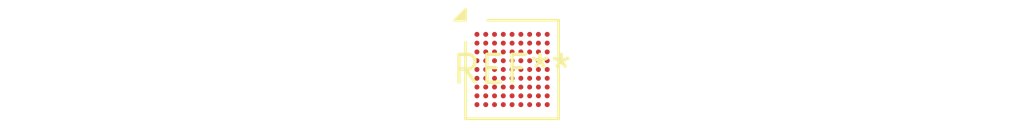
<source format=kicad_pcb>
(kicad_pcb (version 20240108) (generator pcbnew)
  (layers (0 "F.Cu" signal) (31 "B.Cu" signal) (34 "B.Paste" user) (35 "F.Paste" user) (36 "B.SilkS" user "B.Silkscreen") (37 "F.SilkS" user "F.Silkscreen") (38 "B.Mask" user) (39 "F.Mask" user) (44 "Edge.Cuts" user))
  (net 0 "")
  (footprint "ST_WLCSP-81_4.02x4.27mm_Layout9x9_P0.4mm" (layer "F.Cu") (at 0 0)
    (property "Reference" "REF**")
    (property "Value" "ST_WLCSP-81_4.02x4.27mm_Layout9x9_P0.4mm")
    (fp_line (start -2.12 2.245) (end -2.12 -1.245) (layer "F.SilkS") (stroke (width 0.12)))
    (fp_line (start -1.12 -2.245) (end 2.12 -2.245) (layer "F.SilkS") (stroke (width 0.12)))
    (fp_line (start 2.12 -2.245) (end 2.12 2.245) (layer "F.SilkS") (stroke (width 0.12)))
    (fp_line (start 2.12 2.245) (end -2.12 2.245) (layer "F.SilkS") (stroke (width 0.12)))
    (fp_poly (pts (xy -2.12 -2.245) (xy -2.62 -2.245) (xy -2.12 -2.745) (xy -2.12 -2.245)) (layer "F.SilkS") (stroke (width 0.12)) (fill solid))
    (pad "A1" smd circle (at -1.6 -1.6) (size 0.225 0.225) (property pad_prop_bga) (layers "F.Cu" "F.Paste" "F.Mask"))
    (pad "A2" smd circle (at -1.2 -1.6) (size 0.225 0.225) (property pad_prop_bga) (layers "F.Cu" "F.Paste" "F.Mask"))
    (pad "A3" smd circle (at -0.8 -1.6) (size 0.225 0.225) (property pad_prop_bga) (layers "F.Cu" "F.Paste" "F.Mask"))
    (pad "A4" smd circle (at -0.4 -1.6) (size 0.225 0.225) (property pad_prop_bga) (layers "F.Cu" "F.Paste" "F.Mask"))
    (pad "A5" smd circle (at 0 -1.6) (size 0.225 0.225) (property pad_prop_bga) (layers "F.Cu" "F.Paste" "F.Mask"))
    (pad "A6" smd circle (at 0.4 -1.6) (size 0.225 0.225) (property pad_prop_bga) (layers "F.Cu" "F.Paste" "F.Mask"))
    (pad "A7" smd circle (at 0.8 -1.6) (size 0.225 0.225) (property pad_prop_bga) (layers "F.Cu" "F.Paste" "F.Mask"))
    (pad "A8" smd circle (at 1.2 -1.6) (size 0.225 0.225) (property pad_prop_bga) (layers "F.Cu" "F.Paste" "F.Mask"))
    (pad "A9" smd circle (at 1.6 -1.6) (size 0.225 0.225) (property pad_prop_bga) (layers "F.Cu" "F.Paste" "F.Mask"))
    (pad "B1" smd circle (at -1.6 -1.2) (size 0.225 0.225) (property pad_prop_bga) (layers "F.Cu" "F.Paste" "F.Mask"))
    (pad "B2" smd circle (at -1.2 -1.2) (size 0.225 0.225) (property pad_prop_bga) (layers "F.Cu" "F.Paste" "F.Mask"))
    (pad "B3" smd circle (at -0.8 -1.2) (size 0.225 0.225) (property pad_prop_bga) (layers "F.Cu" "F.Paste" "F.Mask"))
    (pad "B4" smd circle (at -0.4 -1.2) (size 0.225 0.225) (property pad_prop_bga) (layers "F.Cu" "F.Paste" "F.Mask"))
    (pad "B5" smd circle (at 0 -1.2) (size 0.225 0.225) (property pad_prop_bga) (layers "F.Cu" "F.Paste" "F.Mask"))
    (pad "B6" smd circle (at 0.4 -1.2) (size 0.225 0.225) (property pad_prop_bga) (layers "F.Cu" "F.Paste" "F.Mask"))
    (pad "B7" smd circle (at 0.8 -1.2) (size 0.225 0.225) (property pad_prop_bga) (layers "F.Cu" "F.Paste" "F.Mask"))
    (pad "B8" smd circle (at 1.2 -1.2) (size 0.225 0.225) (property pad_prop_bga) (layers "F.Cu" "F.Paste" "F.Mask"))
    (pad "B9" smd circle (at 1.6 -1.2) (size 0.225 0.225) (property pad_prop_bga) (layers "F.Cu" "F.Paste" "F.Mask"))
    (pad "C1" smd circle (at -1.6 -0.8) (size 0.225 0.225) (property pad_prop_bga) (layers "F.Cu" "F.Paste" "F.Mask"))
    (pad "C2" smd circle (at -1.2 -0.8) (size 0.225 0.225) (property pad_prop_bga) (layers "F.Cu" "F.Paste" "F.Mask"))
    (pad "C3" smd circle (at -0.8 -0.8) (size 0.225 0.225) (property pad_prop_bga) (layers "F.Cu" "F.Paste" "F.Mask"))
    (pad "C4" smd circle (at -0.4 -0.8) (size 0.225 0.225) (property pad_prop_bga) (layers "F.Cu" "F.Paste" "F.Mask"))
    (pad "C5" smd circle (at 0 -0.8) (size 0.225 0.225) (property pad_prop_bga) (layers "F.Cu" "F.Paste" "F.Mask"))
    (pad "C6" smd circle (at 0.4 -0.8) (size 0.225 0.225) (property pad_prop_bga) (layers "F.Cu" "F.Paste" "F.Mask"))
    (pad "C7" smd circle (at 0.8 -0.8) (size 0.225 0.225) (property pad_prop_bga) (layers "F.Cu" "F.Paste" "F.Mask"))
    (pad "C8" smd circle (at 1.2 -0.8) (size 0.225 0.225) (property pad_prop_bga) (layers "F.Cu" "F.Paste" "F.Mask"))
    (pad "C9" smd circle (at 1.6 -0.8) (size 0.225 0.225) (property pad_prop_bga) (layers "F.Cu" "F.Paste" "F.Mask"))
    (pad "D1" smd circle (at -1.6 -0.4) (size 0.225 0.225) (property pad_prop_bga) (layers "F.Cu" "F.Paste" "F.Mask"))
    (pad "D2" smd circle (at -1.2 -0.4) (size 0.225 0.225) (property pad_prop_bga) (layers "F.Cu" "F.Paste" "F.Mask"))
    (pad "D3" smd circle (at -0.8 -0.4) (size 0.225 0.225) (property pad_prop_bga) (layers "F.Cu" "F.Paste" "F.Mask"))
    (pad "D4" smd circle (at -0.4 -0.4) (size 0.225 0.225) (property pad_prop_bga) (layers "F.Cu" "F.Paste" "F.Mask"))
    (pad "D5" smd circle (at 0 -0.4) (size 0.225 0.225) (property pad_prop_bga) (layers "F.Cu" "F.Paste" "F.Mask"))
    (pad "D6" smd circle (at 0.4 -0.4) (size 0.225 0.225) (property pad_prop_bga) (layers "F.Cu" "F.Paste" "F.Mask"))
    (pad "D7" smd circle (at 0.8 -0.4) (size 0.225 0.225) (property pad_prop_bga) (layers "F.Cu" "F.Paste" "F.Mask"))
    (pad "D8" smd circle (at 1.2 -0.4) (size 0.225 0.225) (property pad_prop_bga) (layers "F.Cu" "F.Paste" "F.Mask"))
    (pad "D9" smd circle (at 1.6 -0.4) (size 0.225 0.225) (property pad_prop_bga) (layers "F.Cu" "F.Paste" "F.Mask"))
    (pad "E1" smd circle (at -1.6 0) (size 0.225 0.225) (property pad_prop_bga) (layers "F.Cu" "F.Paste" "F.Mask"))
    (pad "E2" smd circle (at -1.2 0) (size 0.225 0.225) (property pad_prop_bga) (layers "F.Cu" "F.Paste" "F.Mask"))
    (pad "E3" smd circle (at -0.8 0) (size 0.225 0.225) (property pad_prop_bga) (layers "F.Cu" "F.Paste" "F.Mask"))
    (pad "E4" smd circle (at -0.4 0) (size 0.225 0.225) (property pad_prop_bga) (layers "F.Cu" "F.Paste" "F.Mask"))
    (pad "E5" smd circle (at 0 0) (size 0.225 0.225) (property pad_prop_bga) (layers "F.Cu" "F.Paste" "F.Mask"))
    (pad "E6" smd circle (at 0.4 0) (size 0.225 0.225) (property pad_prop_bga) (layers "F.Cu" "F.Paste" "F.Mask"))
    (pad "E7" smd circle (at 0.8 0) (size 0.225 0.225) (property pad_prop_bga) (layers "F.Cu" "F.Paste" "F.Mask"))
    (pad "E8" smd circle (at 1.2 0) (size 0.225 0.225) (property pad_prop_bga) (layers "F.Cu" "F.Paste" "F.Mask"))
    (pad "E9" smd circle (at 1.6 0) (size 0.225 0.225) (property pad_prop_bga) (layers "F.Cu" "F.Paste" "F.Mask"))
    (pad "F1" smd circle (at -1.6 0.4) (size 0.225 0.225) (property pad_prop_bga) (layers "F.Cu" "F.Paste" "F.Mask"))
    (pad "F2" smd circle (at -1.2 0.4) (size 0.225 0.225) (property pad_prop_bga) (layers "F.Cu" "F.Paste" "F.Mask"))
    (pad "F3" smd circle (at -0.8 0.4) (size 0.225 0.225) (property pad_prop_bga) (layers "F.Cu" "F.Paste" "F.Mask"))
    (pad "F4" smd circle (at -0.4 0.4) (size 0.225 0.225) (property pad_prop_bga) (layers "F.Cu" "F.Paste" "F.Mask"))
    (pad "F5" smd circle (at 0 0.4) (size 0.225 0.225) (property pad_prop_bga) (layers "F.Cu" "F.Paste" "F.Mask"))
    (pad "F6" smd circle (at 0.4 0.4) (size 0.225 0.225) (property pad_prop_bga) (layers "F.Cu" "F.Paste" "F.Mask"))
    (pad "F7" smd circle (at 0.8 0.4) (size 0.225 0.225) (property pad_prop_bga) (layers "F.Cu" "F.Paste" "F.Mask"))
    (pad "F8" smd circle (at 1.2 0.4) (size 0.225 0.225) (property pad_prop_bga) (layers "F.Cu" "F.Paste" "F.Mask"))
    (pad "F9" smd circle (at 1.6 0.4) (size 0.225 0.225) (property pad_prop_bga) (layers "F.Cu" "F.Paste" "F.Mask"))
    (pad "G1" smd circle (at -1.6 0.8) (size 0.225 0.225) (property pad_prop_bga) (layers "F.Cu" "F.Paste" "F.Mask"))
    (pad "G2" smd circle (at -1.2 0.8) (size 0.225 0.225) (property pad_prop_bga) (layers "F.Cu" "F.Paste" "F.Mask"))
    (pad "G3" smd circle (at -0.8 0.8) (size 0.225 0.225) (property pad_prop_bga) (layers "F.Cu" "F.Paste" "F.Mask"))
    (pad "G4" smd circle (at -0.4 0.8) (size 0.225 0.225) (property pad_prop_bga) (layers "F.Cu" "F.Paste" "F.Mask"))
    (pad "G5" smd circle (at 0 0.8) (size 0.225 0.225) (property pad_prop_bga) (layers "F.Cu" "F.Paste" "F.Mask"))
    (pad "G6" smd circle (at 0.4 0.8) (size 0.225 0.225) (property pad_prop_bga) (layers "F.Cu" "F.Paste" "F.Mask"))
    (pad "G7" smd circle (at 0.8 0.8) (size 0.225 0.225) (property pad_prop_bga) (layers "F.Cu" "F.Paste" "F.Mask"))
    (pad "G8" smd circle (at 1.2 0.8) (size 0.225 0.225) (property pad_prop_bga) (layers "F.Cu" "F.Paste" "F.Mask"))
    (pad "G9" smd circle (at 1.6 0.8) (size 0.225 0.225) (property pad_prop_bga) (layers "F.Cu" "F.Paste" "F.Mask"))
    (pad "H1" smd circle (at -1.6 1.2) (size 0.225 0.225) (property pad_prop_bga) (layers "F.Cu" "F.Paste" "F.Mask"))
    (pad "H2" smd circle (at -1.2 1.2) (size 0.225 0.225) (property pad_prop_bga) (layers "F.Cu" "F.Paste" "F.Mask"))
    (pad "H3" smd circle (at -0.8 1.2) (size 0.225 0.225) (property pad_prop_bga) (layers "F.Cu" "F.Paste" "F.Mask"))
    (pad "H4" smd circle (at -0.4 1.2) (size 0.225 0.225) (property pad_prop_bga) (layers "F.Cu" "F.Paste" "F.Mask"))
    (pad "H5" smd circle (at 0 1.2) (size 0.225 0.225) (property pad_prop_bga) (layers "F.Cu" "F.Paste" "F.Mask"))
    (pad "H6" smd circle (at 0.4 1.2) (size 0.225 0.225) (property pad_prop_bga) (layers "F.Cu" "F.Paste" "F.Mask"))
    (pad "H7" smd circle (at 0.8 1.2) (size 0.225 0.225) (property pad_prop_bga) (layers "F.Cu" "F.Paste" "F.Mask"))
    (pad "H8" smd circle (at 1.2 1.2) (size 0.225 0.225) (property pad_prop_bga) (layers "F.Cu" "F.Paste" "F.Mask"))
    (pad "H9" smd circle (at 1.6 1.2) (size 0.225 0.225) (property pad_prop_bga) (layers "F.Cu" "F.Paste" "F.Mask"))
    (pad "J1" smd circle (at -1.6 1.6) (size 0.225 0.225) (property pad_prop_bga) (layers "F.Cu" "F.Paste" "F.Mask"))
    (pad "J2" smd circle (at -1.2 1.6) (size 0.225 0.225) (property pad_prop_bga) (layers "F.Cu" "F.Paste" "F.Mask"))
    (pad "J3" smd circle (at -0.8 1.6) (size 0.225 0.225) (property pad_prop_bga) (layers "F.Cu" "F.Paste" "F.Mask"))
    (pad "J4" smd circle (at -0.4 1.6) (size 0.225 0.225) (property pad_prop_bga) (layers "F.Cu" "F.Paste" "F.Mask"))
    (pad "J5" smd circle (at 0 1.6) (size 0.225 0.225) (property pad_prop_bga) (layers "F.Cu" "F.Paste" "F.Mask"))
    (pad "J6" smd circle (at 0.4 1.6) (size 0.225 0.225) (property pad_prop_bga) (layers "F.Cu" "F.Paste" "F.Mask"))
    (pad "J7" smd circle (at 0.8 1.6) (size 0.225 0.225) (property pad_prop_bga) (layers "F.Cu" "F.Paste" "F.Mask"))
    (pad "J8" smd circle (at 1.2 1.6) (size 0.225 0.225) (property pad_prop_bga) (layers "F.Cu" "F.Paste" "F.Mask"))
    (pad "J9" smd circle (at 1.6 1.6) (size 0.225 0.225) (property pad_prop_bga) (layers "F.Cu" "F.Paste" "F.Mask"))
  )
)
</source>
